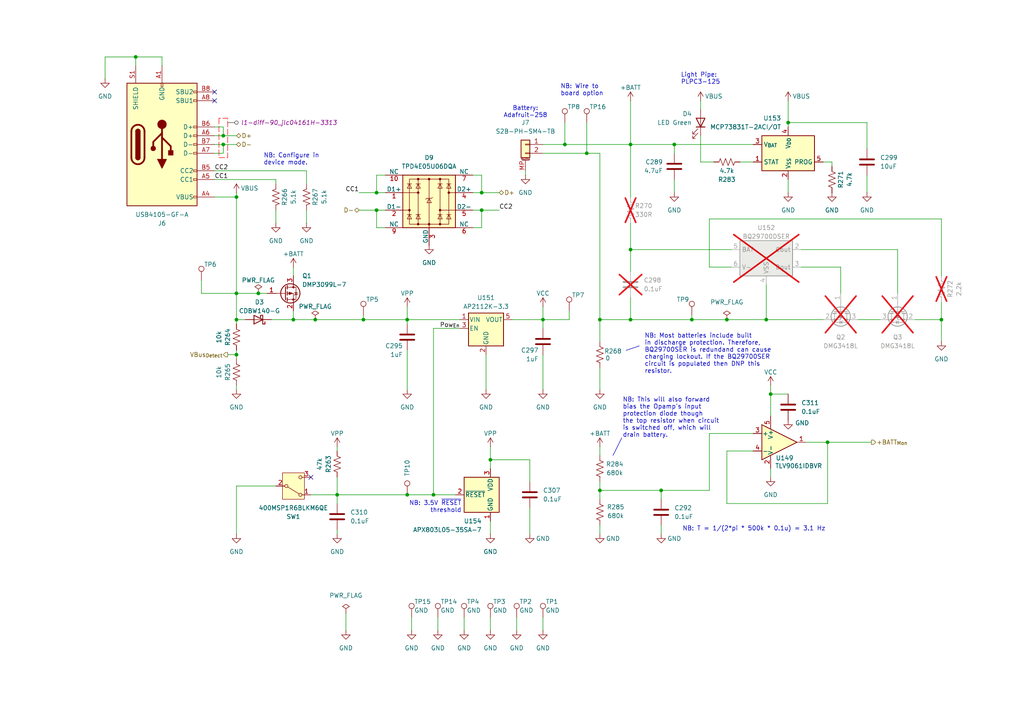
<source format=kicad_sch>
(kicad_sch (version 20250114) (generator "eeschema") (generator_version "9.0")
  (paper "A4")
  (title_block (title "Extracellular Electrophysiology Test Board") (rev "D") (company "Open Ephys, Inc") (comment 1 "Jonathan P. Newman"))
  (lib_symbols
    (symbol "Amplifier_Operational:TLV9061xDBV" (pin_names (offset 0.127))
      (property "Reference" "U" (at -1.27 6.35 0))
      (property "Value" "TLV9061xDBV" (at -1.27 3.81 0))
      (symbol "TLV9061xDBV_0_1"
        (pin power_in line (at -2.54 7.62 270) (length 3.81) (name "V+") (number "5"))
        (pin power_in line (at -2.54 -7.62 90) (length 3.81) (name "V-") (number "2"))
      )
      (symbol "TLV9061xDBV_1_1"
        (pin input line (at -7.62 2.54 0) (length 2.54) (name "+") (number "3"))
        (pin input line (at -7.62 -2.54 0) (length 2.54) (name "-") (number "4"))
        (pin output line (at 7.62 0 180) (length 2.54) (name "~") (number "1"))
      )
    )
    (symbol "Battery_Management:BQ297xy"
      (property "Reference" "U" (at -6.35 6.35 0))
      (property "Value" "BQ297xy" (at 5.08 -6.35 0))
      (symbol "BQ297xy_1_1"
        (pin input line (at -10.16 2.54 0) (length 2.54) (name "BAT") (number "5"))
        (pin input line (at -10.16 -2.54 0) (length 2.54) (name "V-") (number "6"))
        (pin power_in line (at 0 -7.62 90) (length 2.54) (name "VSS") (number "4"))
        (pin no_connect line (at 7.62 0 180) (length 2.54) (hide yes) (name "NC") (number "1"))
        (pin output line (at 10.16 2.54 180) (length 2.54) (name "Cout") (number "2"))
        (pin output line (at 10.16 -2.54 180) (length 2.54) (name "Dout") (number "3"))
      )
    )
    (symbol "Battery_Management:MCP73831-2-OT"
      (property "Reference" "U" (at -7.62 6.35 0))
      (property "Value" "MCP73831-2-OT" (at 1.27 6.35 0))
      (symbol "MCP73831-2-OT_1_1"
        (pin input line (at -10.16 -2.54 0) (length 2.54) (name "PROG") (number "5"))
        (pin power_in line (at 0 7.62 270) (length 2.54) (name "V_{DD}") (number "4"))
        (pin power_in line (at 0 -7.62 90) (length 2.54) (name "V_{SS}") (number "2"))
        (pin power_out line (at 10.16 2.54 180) (length 2.54) (name "V_{BAT}") (number "3"))
        (pin tri_state line (at 10.16 -2.54 180) (length 2.54) (name "STAT") (number "1"))
      )
    )
    (symbol "Connector:TestPoint" (pin_numbers (hide yes)) (pin_names (offset 0.762) (hide yes))
      (property "Reference" "TP" (at 0 6.858 0))
      (property "Value" "TestPoint" (at 0 5.08 0))
      (symbol "TestPoint_1_1"
        (pin passive line (at 0 0 90) (length 2.54) (name "1") (number "1"))
      )
    )
    (symbol "Connector:USB_C_Receptacle_USB2.0_16P" (pin_names (offset 1.016))
      (property "Reference" "J" (at 0 22.225 0))
      (property "Value" "USB_C_Receptacle_USB2.0_16P" (at 0 19.685 0))
      (symbol "USB_C_Receptacle_USB2.0_16P_1_1"
        (pin passive line (at -7.62 -22.86 90) (length 5.08) (name "SHIELD") (number "S1"))
        (pin passive line (at 0 -22.86 90) (length 5.08) (name "GND") (number "A1"))
        (pin passive line (at 0 -22.86 90) (length 5.08) (hide yes) (name "GND") (number "A12"))
        (pin passive line (at 0 -22.86 90) (length 5.08) (hide yes) (name "GND") (number "B1"))
        (pin passive line (at 0 -22.86 90) (length 5.08) (hide yes) (name "GND") (number "B12"))
        (pin passive line (at 15.24 15.24 180) (length 5.08) (name "VBUS") (number "A4"))
        (pin passive line (at 15.24 15.24 180) (length 5.08) (hide yes) (name "VBUS") (number "A9"))
        (pin passive line (at 15.24 15.24 180) (length 5.08) (hide yes) (name "VBUS") (number "B4"))
        (pin passive line (at 15.24 15.24 180) (length 5.08) (hide yes) (name "VBUS") (number "B9"))
        (pin bidirectional line (at 15.24 10.16 180) (length 5.08) (name "CC1") (number "A5"))
        (pin bidirectional line (at 15.24 7.62 180) (length 5.08) (name "CC2") (number "B5"))
        (pin bidirectional line (at 15.24 2.54 180) (length 5.08) (name "D-") (number "A7"))
        (pin bidirectional line (at 15.24 0 180) (length 5.08) (name "D-") (number "B7"))
        (pin bidirectional line (at 15.24 -2.54 180) (length 5.08) (name "D+") (number "A6"))
        (pin bidirectional line (at 15.24 -5.08 180) (length 5.08) (name "D+") (number "B6"))
        (pin bidirectional line (at 15.24 -12.7 180) (length 5.08) (name "SBU1") (number "A8"))
        (pin bidirectional line (at 15.24 -15.24 180) (length 5.08) (name "SBU2") (number "B8"))
      )
    )
    (symbol "Connector_Generic_MountingPin:Conn_01x02_MountingPin" (pin_names (offset 1.016) (hide yes))
      (property "Reference" "J" (at 0 2.54 0))
      (property "Value" "Conn_01x02_MountingPin" (at 1.27 -5.08 0))
      (symbol "Conn_01x02_MountingPin_1_1"
        (text "Mounting" (at 0 -4.191 0) (effects (font (size 0.381 0.381))))
        (pin passive line (at -5.08 0 0) (length 3.81) (name "Pin_1") (number "1"))
        (pin passive line (at -5.08 -2.54 0) (length 3.81) (name "Pin_2") (number "2"))
        (pin passive line (at 0 -7.62 90) (length 3.048) (name "MountPin") (number "MP"))
      )
    )
    (symbol "Device:C" (pin_numbers (hide yes)) (pin_names (offset 0.254))
      (property "Reference" "C" (at 0.635 2.54 0))
      (property "Value" "C" (at 0.635 -2.54 0))
      (symbol "C_1_1"
        (pin passive line (at 0 3.81 270) (length 2.794) (name "~") (number "1"))
        (pin passive line (at 0 -3.81 90) (length 2.794) (name "~") (number "2"))
      )
    )
    (symbol "Device:D_Schottky" (pin_numbers (hide yes)) (pin_names (offset 1.016) (hide yes))
      (property "Reference" "D" (at 0 2.54 0))
      (property "Value" "D_Schottky" (at 0 -2.54 0))
      (symbol "D_Schottky_1_1"
        (pin passive line (at -3.81 0 0) (length 2.54) (name "K") (number "1"))
        (pin passive line (at 3.81 0 180) (length 2.54) (name "A") (number "2"))
      )
    )
    (symbol "Device:LED" (pin_numbers (hide yes)) (pin_names (offset 1.016) (hide yes))
      (property "Reference" "D" (at 0 2.54 0))
      (property "Value" "LED" (at 0 -2.54 0))
      (symbol "LED_1_1"
        (pin passive line (at -3.81 0 0) (length 2.54) (name "K") (number "1"))
        (pin passive line (at 3.81 0 180) (length 2.54) (name "A") (number "2"))
      )
    )
    (symbol "Device:R_US" (pin_numbers (hide yes)) (pin_names (offset 0))
      (property "Reference" "R" (at 2.54 0 90))
      (property "Value" "R_US" (at -2.54 0 90))
      (symbol "R_US_1_1"
        (pin passive line (at 0 3.81 270) (length 1.27) (name "~") (number "1"))
        (pin passive line (at 0 -3.81 90) (length 1.27) (name "~") (number "2"))
      )
    )
    (symbol "Power_Protection:TPD4E05U06DQA" (pin_names (offset 0))
      (property "Reference" "U" (at -0.635 8.89 0))
      (property "Value" "TPD4E05U06DQA" (at 1.905 -10.16 0))
      (symbol "TPD4E05U06DQA_1_1"
        (pin free line (at -12.7 7.62 0) (length 5.08) (name "NC") (number "10"))
        (pin passive line (at -12.7 2.54 0) (length 5.08) (name "D1+") (number "1"))
        (pin passive line (at -12.7 -2.54 0) (length 5.08) (name "D1-") (number "2"))
        (pin free line (at -12.7 -7.62 0) (length 5.08) (name "NC") (number "9"))
        (pin power_in line (at 0 -12.7 90) (length 5.08) (name "GND") (number "3"))
        (pin passive line (at 0 -12.7 90) (length 5.08) (hide yes) (name "GND") (number "8"))
        (pin free line (at 12.7 7.62 180) (length 5.08) (name "NC") (number "7"))
        (pin passive line (at 12.7 2.54 180) (length 5.08) (name "D2+") (number "4"))
        (pin passive line (at 12.7 -2.54 180) (length 5.08) (name "D2-") (number "5"))
        (pin free line (at 12.7 -7.62 180) (length 5.08) (name "NC") (number "6"))
      )
    )
    (symbol "Power_Supervisor:TPS3839DBZ" (pin_names (offset 0.254))
      (property "Reference" "U" (at 2.54 8.89 0))
      (property "Value" "TPS3839DBZ" (at 2.54 6.35 0))
      (symbol "TPS3839DBZ_1_1"
        (pin power_in line (at 0 7.62 270) (length 2.54) (name "VDD") (number "3"))
        (pin power_in line (at 0 -7.62 90) (length 2.54) (name "GND") (number "1"))
        (pin output line (at 10.16 0 180) (length 2.54) (name "~{RESET}") (number "2"))
      )
    )
    (symbol "Regulator_Linear:AP2112K-3.3" (pin_names (offset 0.254))
      (property "Reference" "U" (at -5.08 5.715 0))
      (property "Value" "AP2112K-3.3" (at 0 5.715 0))
      (symbol "AP2112K-3.3_1_1"
        (pin power_in line (at -7.62 2.54 0) (length 2.54) (name "VIN") (number "1"))
        (pin input line (at -7.62 0 0) (length 2.54) (name "EN") (number "3"))
        (pin power_in line (at 0 -7.62 90) (length 2.54) (name "GND") (number "2"))
        (pin no_connect line (at 5.08 0 180) (length 2.54) (hide yes) (name "NC") (number "4"))
        (pin power_out line (at 7.62 2.54 180) (length 2.54) (name "VOUT") (number "5"))
      )
    )
    (symbol "Switch:SW_SPDT" (pin_names (offset 0) (hide yes))
      (property "Reference" "SW" (at 0 5.08 0))
      (property "Value" "SW_SPDT" (at 0 -5.08 0))
      (symbol "SW_SPDT_1_1"
        (pin passive line (at -5.08 0 0) (length 2.54) (name "B") (number "2"))
        (pin passive line (at 5.08 2.54 180) (length 2.54) (name "A") (number "1"))
        (pin passive line (at 5.08 -2.54 180) (length 2.54) (name "C") (number "3"))
      )
    )
    (symbol "Transistor_FET:DMG2301L" (pin_names (hide yes))
      (property "Reference" "Q" (at 5.08 1.905 0))
      (property "Value" "DMG2301L" (at 5.08 0 0))
      (symbol "DMG2301L_1_1"
        (pin input line (at -5.08 0 0) (length 2.54) (name "G") (number "1"))
        (pin passive line (at 2.54 5.08 270) (length 2.54) (name "D") (number "3"))
        (pin passive line (at 2.54 -5.08 90) (length 2.54) (name "S") (number "2"))
      )
    )
    (symbol "Transistor_FET:DMG3414U" (pin_names (hide yes))
      (property "Reference" "Q" (at 5.08 1.905 0))
      (property "Value" "DMG3414U" (at 5.08 0 0))
      (symbol "DMG3414U_1_1"
        (pin input line (at -5.08 0 0) (length 2.54) (name "G") (number "1"))
        (pin passive line (at 2.54 5.08 270) (length 2.54) (name "D") (number "3"))
        (pin passive line (at 2.54 -5.08 90) (length 2.54) (name "S") (number "2"))
      )
    )
    (symbol "power:+BATT" (power) (pin_numbers (hide yes)) (pin_names (offset 0) (hide yes))
      (property "Value" "+BATT" (at 0 3.556 0))
      (symbol "+BATT_1_1"
        (pin power_in line (at 0 0 90) (length 0) (name "~") (number "1"))
      )
    )
    (symbol "power:GND" (power) (pin_numbers (hide yes)) (pin_names (offset 0) (hide yes))
      (property "Value" "GND" (at 0 -3.81 0))
      (symbol "GND_1_1"
        (pin power_in line (at 0 0 270) (length 0) (name "~") (number "1"))
      )
    )
    (symbol "power:PWR_FLAG" (power) (pin_numbers (hide yes)) (pin_names (offset 0) (hide yes))
      (property "Value" "PWR_FLAG" (at 0 3.81 0))
      (symbol "PWR_FLAG_0_0"
        (pin power_out line (at 0 0 90) (length 0) (name "~") (number "1"))
      )
    )
    (symbol "power:VBUS" (power) (pin_numbers (hide yes)) (pin_names (offset 0) (hide yes))
      (property "Value" "VBUS" (at 0 3.556 0))
      (symbol "VBUS_1_1"
        (pin power_in line (at 0 0 90) (length 0) (name "~") (number "1"))
      )
    )
    (symbol "power:VCC" (power) (pin_numbers (hide yes)) (pin_names (offset 0) (hide yes))
      (property "Value" "VCC" (at 0 3.556 0))
      (symbol "VCC_1_1"
        (pin power_in line (at 0 0 90) (length 0) (name "~") (number "1"))
      )
    )
    (symbol "power:VPP" (power) (pin_numbers (hide yes)) (pin_names (offset 0) (hide yes))
      (property "Value" "VPP" (at 0 3.556 0))
      (symbol "VPP_1_1"
        (pin power_in line (at 0 0 90) (length 0) (name "~") (number "1"))
      )
    )
  )
  (text "NB: This will also forward\nbias the Opamp's input\nprotection diode though \nthe top resistor when circuit \nis switched off, which will \ndrain battery." (at 180.594 121.158 0) (effects (font (size 1.27 1.27)) (justify left)))
  (text "NB: Wire to\nboard option" (at 162.56 27.94 0) (effects (font (size 1.27 1.27)) (justify left bottom)))
  (text "NB: T = 1/(2*pi * 500k * 0.1u) = 3.1 Hz" (at 218.694 153.416 0) (effects (font (size 1.27 1.27))))
  (text "Battery:\nAdafruit-258\n" (at 152.4 34.29 0) (effects (font (size 1.27 1.27)) (justify bottom)))
  (text "NB: Configure in\ndevice mode." (at 76.454 48.006 0) (effects (font (size 1.27 1.27)) (justify left bottom)))
  (text "NB: 3.5V ~{RESET}\nthreshold" (at 133.858 147.066 0) (effects (font (size 1.27 1.27)) (justify right)))
  (text "NB: Most batteries include built \nin discharge protection. Therefore,\nBQ29700SER is redundand can cause \ncharging lockout. If the BQ29700SER \ncircuit is populated then DNP this \nresistor. " (at 186.944 102.616 0) (effects (font (size 1.27 1.27)) (justify left)))
  (text "Light Pipe: \nPLPC3-125" (at 203.2 22.86 0) (effects (font (size 1.27 1.27))))
  (junction (at 139.7 60.96))
  (junction (at 118.11 92.71))
  (junction (at 91.44 92.71))
  (junction (at 200.66 92.71))
  (junction (at 195.58 41.91))
  (junction (at 97.79 143.51))
  (junction (at 173.99 92.71))
  (junction (at 105.41 92.71))
  (junction (at 85.09 92.71))
  (junction (at 139.7 55.88))
  (junction (at 163.83 41.91))
  (junction (at 125.73 143.51))
  (junction (at 182.88 72.39))
  (junction (at 109.22 60.96))
  (junction (at 68.58 102.87))
  (junction (at 210.82 92.71))
  (junction (at 157.48 92.71))
  (junction (at 109.22 55.88))
  (junction (at 118.11 143.51))
  (junction (at 39.37 16.51))
  (junction (at 222.25 92.71))
  (junction (at 64.77 39.37))
  (junction (at 240.03 128.27))
  (junction (at 170.18 44.45))
  (junction (at 64.77 41.91))
  (junction (at 142.24 133.35))
  (junction (at 191.77 142.24))
  (junction (at 173.99 142.24))
  (junction (at 68.58 92.71))
  (junction (at 182.88 41.91))
  (junction (at 273.05 92.71))
  (junction (at 223.52 114.3))
  (junction (at 68.58 57.15))
  (junction (at 182.88 92.71))
  (junction (at 228.6 35.56))
  (junction (at 68.58 85.09))
  (junction (at 74.93 85.09))
  (no_connect (at 62.23 29.21))
  (no_connect (at 90.17 138.43))
  (no_connect (at 62.23 26.67))
  (wire (pts (xy 137.16 50.8) (xy 139.7 50.8)))
  (wire (pts (xy 163.83 41.91) (xy 182.88 41.91)))
  (wire (pts (xy 134.62 179.07) (xy 134.62 182.88)))
  (wire (pts (xy 173.99 106.68) (xy 173.99 113.03)))
  (wire (pts (xy 173.99 142.24) (xy 191.77 142.24)))
  (wire (pts (xy 210.82 130.81) (xy 210.82 146.05)))
  (wire (pts (xy 64.77 39.37) (xy 68.58 39.37)))
  (wire (pts (xy 191.77 152.4) (xy 191.77 154.94)))
  (wire (pts (xy 241.3 46.99) (xy 241.3 48.26)))
  (wire (pts (xy 210.82 146.05) (xy 240.03 146.05)))
  (wire (pts (xy 200.66 91.44) (xy 200.66 92.71)))
  (wire (pts (xy 223.52 111.76) (xy 223.52 114.3)))
  (wire (pts (xy 39.37 16.51) (xy 39.37 19.05)))
  (wire (pts (xy 251.46 35.56) (xy 251.46 43.18)))
  (wire (pts (xy 203.2 29.21) (xy 203.2 31.75)))
  (wire (pts (xy 139.7 50.8) (xy 139.7 55.88)))
  (wire (pts (xy 207.01 46.99) (xy 203.2 46.99)))
  (wire (pts (xy 119.38 179.07) (xy 119.38 182.88)))
  (wire (pts (xy 109.22 66.04) (xy 109.22 60.96)))
  (wire (pts (xy 238.76 46.99) (xy 241.3 46.99)))
  (wire (pts (xy 85.09 77.47) (xy 85.09 80.01)))
  (wire (pts (xy 173.99 92.71) (xy 182.88 92.71)))
  (wire (pts (xy 97.79 153.67) (xy 97.79 154.94)))
  (wire (pts (xy 62.23 44.45) (xy 64.77 44.45)))
  (wire (pts (xy 80.01 52.07) (xy 80.01 53.34)))
  (wire (pts (xy 157.48 44.45) (xy 170.18 44.45)))
  (wire (pts (xy 165.1 90.17) (xy 165.1 92.71)))
  (wire (pts (xy 111.76 50.8) (xy 109.22 50.8)))
  (wire (pts (xy 68.58 85.09) (xy 68.58 92.71)))
  (wire (pts (xy 203.2 46.99) (xy 203.2 39.37)))
  (wire (pts (xy 125.73 95.25) (xy 125.73 143.51)))
  (wire (pts (xy 205.74 63.5) (xy 273.05 63.5)))
  (wire (pts (xy 137.16 66.04) (xy 139.7 66.04)))
  (wire (pts (xy 273.05 87.63) (xy 273.05 92.71)))
  (wire (pts (xy 127 179.07) (xy 127 182.88)))
  (wire (pts (xy 218.44 130.81) (xy 210.82 130.81)))
  (wire (pts (xy 142.24 151.13) (xy 142.24 154.94)))
  (wire (pts (xy 30.48 16.51) (xy 30.48 22.86)))
  (wire (pts (xy 118.11 143.51) (xy 97.79 143.51)))
  (wire (pts (xy 212.09 77.47) (xy 205.74 77.47)))
  (wire (pts (xy 243.84 77.47) (xy 232.41 77.47)))
  (wire (pts (xy 118.11 88.9) (xy 118.11 92.71)))
  (wire (pts (xy 182.88 72.39) (xy 212.09 72.39)))
  (wire (pts (xy 173.99 152.4) (xy 173.99 154.94)))
  (wire (pts (xy 68.58 93.98) (xy 68.58 92.71)))
  (wire (pts (xy 222.25 92.71) (xy 210.82 92.71)))
  (wire (pts (xy 118.11 101.6) (xy 118.11 113.03)))
  (wire (pts (xy 68.58 102.87) (xy 68.58 104.14)))
  (wire (pts (xy 118.11 92.71) (xy 133.35 92.71)))
  (wire (pts (xy 133.35 95.25) (xy 125.73 95.25)))
  (wire (pts (xy 64.77 41.91) (xy 68.58 41.91)))
  (wire (pts (xy 118.11 92.71) (xy 118.11 93.98)))
  (wire (pts (xy 170.18 44.45) (xy 173.99 44.45)))
  (wire (pts (xy 97.79 143.51) (xy 97.79 146.05)))
  (wire (pts (xy 153.67 147.32) (xy 153.67 154.94)))
  (wire (pts (xy 165.1 92.71) (xy 157.48 92.71)))
  (wire (pts (xy 68.58 85.09) (xy 74.93 85.09)))
  (wire (pts (xy 62.23 41.91) (xy 64.77 41.91)))
  (wire (pts (xy 173.99 142.24) (xy 173.99 144.78)))
  (wire (pts (xy 170.18 35.56) (xy 170.18 44.45)))
  (wire (pts (xy 137.16 60.96) (xy 139.7 60.96)))
  (wire (pts (xy 80.01 140.97) (xy 68.58 140.97)))
  (wire (pts (xy 88.9 60.96) (xy 88.9 64.77)))
  (wire (pts (xy 228.6 35.56) (xy 228.6 36.83)))
  (wire (pts (xy 173.99 139.7) (xy 173.99 142.24)))
  (wire (pts (xy 64.77 41.91) (xy 64.77 44.45)))
  (wire (pts (xy 132.08 143.51) (xy 125.73 143.51)))
  (wire (pts (xy 139.7 55.88) (xy 137.16 55.88)))
  (polyline (pts (xy 181.61 101.6) (xy 185.42 100.33)))
  (wire (pts (xy 62.23 36.83) (xy 64.77 36.83)))
  (wire (pts (xy 205.74 125.73) (xy 205.74 142.24)))
  (wire (pts (xy 46.99 16.51) (xy 39.37 16.51)))
  (wire (pts (xy 109.22 60.96) (xy 111.76 60.96)))
  (wire (pts (xy 173.99 129.54) (xy 173.99 132.08)))
  (wire (pts (xy 273.05 92.71) (xy 265.43 92.71)))
  (wire (pts (xy 200.66 92.71) (xy 210.82 92.71)))
  (wire (pts (xy 157.48 41.91) (xy 163.83 41.91)))
  (wire (pts (xy 163.83 35.56) (xy 163.83 41.91)))
  (wire (pts (xy 195.58 52.07) (xy 195.58 55.88)))
  (wire (pts (xy 100.33 177.8) (xy 100.33 182.88)))
  (wire (pts (xy 111.76 66.04) (xy 109.22 66.04)))
  (wire (pts (xy 182.88 72.39) (xy 182.88 78.74)))
  (wire (pts (xy 125.73 143.51) (xy 118.11 143.51)))
  (wire (pts (xy 91.44 92.71) (xy 85.09 92.71)))
  (wire (pts (xy 195.58 41.91) (xy 218.44 41.91)))
  (wire (pts (xy 68.58 55.88) (xy 68.58 57.15)))
  (wire (pts (xy 148.59 92.71) (xy 157.48 92.71)))
  (wire (pts (xy 157.48 179.07) (xy 157.48 182.88)))
  (wire (pts (xy 205.74 77.47) (xy 205.74 63.5)))
  (wire (pts (xy 109.22 55.88) (xy 111.76 55.88)))
  (wire (pts (xy 273.05 92.71) (xy 273.05 99.06)))
  (wire (pts (xy 68.58 102.87) (xy 66.04 102.87)))
  (wire (pts (xy 109.22 50.8) (xy 109.22 55.88)))
  (wire (pts (xy 273.05 63.5) (xy 273.05 80.01)))
  (wire (pts (xy 223.52 138.43) (xy 223.52 135.89)))
  (wire (pts (xy 153.67 133.35) (xy 153.67 139.7)))
  (wire (pts (xy 68.58 101.6) (xy 68.58 102.87)))
  (wire (pts (xy 243.84 85.09) (xy 243.84 77.47)))
  (wire (pts (xy 182.88 41.91) (xy 182.88 57.15)))
  (wire (pts (xy 142.24 179.07) (xy 142.24 182.88)))
  (wire (pts (xy 233.68 128.27) (xy 240.03 128.27)))
  (wire (pts (xy 182.88 86.36) (xy 182.88 92.71)))
  (wire (pts (xy 74.93 85.09) (xy 77.47 85.09)))
  (wire (pts (xy 223.52 114.3) (xy 228.6 114.3)))
  (wire (pts (xy 62.23 39.37) (xy 64.77 39.37)))
  (wire (pts (xy 142.24 129.54) (xy 142.24 133.35)))
  (wire (pts (xy 140.97 102.87) (xy 140.97 113.03)))
  (wire (pts (xy 105.41 92.71) (xy 118.11 92.71)))
  (wire (pts (xy 232.41 72.39) (xy 260.35 72.39)))
  (wire (pts (xy 191.77 144.78) (xy 191.77 142.24)))
  (wire (pts (xy 173.99 92.71) (xy 173.99 99.06)))
  (wire (pts (xy 240.03 146.05) (xy 240.03 128.27)))
  (wire (pts (xy 105.41 91.44) (xy 105.41 92.71)))
  (wire (pts (xy 152.4 49.53) (xy 152.4 50.8)))
  (wire (pts (xy 58.42 81.28) (xy 58.42 85.09)))
  (wire (pts (xy 88.9 49.53) (xy 88.9 53.34)))
  (wire (pts (xy 240.03 128.27) (xy 252.73 128.27)))
  (wire (pts (xy 97.79 138.43) (xy 97.79 143.51)))
  (wire (pts (xy 104.14 60.96) (xy 109.22 60.96)))
  (wire (pts (xy 157.48 102.87) (xy 157.48 113.03)))
  (wire (pts (xy 68.58 92.71) (xy 71.12 92.71)))
  (wire (pts (xy 205.74 125.73) (xy 218.44 125.73)))
  (wire (pts (xy 142.24 133.35) (xy 153.67 133.35)))
  (wire (pts (xy 228.6 29.21) (xy 228.6 35.56)))
  (wire (pts (xy 139.7 66.04) (xy 139.7 60.96)))
  (wire (pts (xy 182.88 29.21) (xy 182.88 41.91)))
  (wire (pts (xy 78.74 92.71) (xy 85.09 92.71)))
  (wire (pts (xy 91.44 92.71) (xy 105.41 92.71)))
  (wire (pts (xy 214.63 46.99) (xy 218.44 46.99)))
  (wire (pts (xy 157.48 92.71) (xy 157.48 95.25)))
  (wire (pts (xy 173.99 44.45) (xy 173.99 92.71)))
  (wire (pts (xy 223.52 114.3) (xy 223.52 120.65)))
  (wire (pts (xy 97.79 129.54) (xy 97.79 130.81)))
  (polyline (pts (xy 177.8 132.08) (xy 180.34 127)))
  (wire (pts (xy 68.58 57.15) (xy 68.58 85.09)))
  (wire (pts (xy 195.58 41.91) (xy 195.58 44.45)))
  (wire (pts (xy 238.76 92.71) (xy 222.25 92.71)))
  (wire (pts (xy 85.09 90.17) (xy 85.09 92.71)))
  (wire (pts (xy 80.01 60.96) (xy 80.01 64.77)))
  (wire (pts (xy 62.23 52.07) (xy 80.01 52.07)))
  (wire (pts (xy 248.92 92.71) (xy 255.27 92.71)))
  (wire (pts (xy 182.88 64.77) (xy 182.88 72.39)))
  (wire (pts (xy 62.23 49.53) (xy 88.9 49.53)))
  (wire (pts (xy 58.42 85.09) (xy 68.58 85.09)))
  (wire (pts (xy 251.46 50.8) (xy 251.46 55.88)))
  (wire (pts (xy 260.35 72.39) (xy 260.35 85.09)))
  (wire (pts (xy 149.86 179.07) (xy 149.86 182.88)))
  (wire (pts (xy 68.58 111.76) (xy 68.58 113.03)))
  (wire (pts (xy 90.17 143.51) (xy 97.79 143.51)))
  (wire (pts (xy 157.48 88.9) (xy 157.48 92.71)))
  (wire (pts (xy 39.37 16.51) (xy 30.48 16.51)))
  (wire (pts (xy 228.6 52.07) (xy 228.6 55.88)))
  (wire (pts (xy 182.88 41.91) (xy 195.58 41.91)))
  (wire (pts (xy 62.23 57.15) (xy 68.58 57.15)))
  (wire (pts (xy 139.7 60.96) (xy 144.78 60.96)))
  (wire (pts (xy 68.58 140.97) (xy 68.58 154.94)))
  (wire (pts (xy 104.14 55.88) (xy 109.22 55.88)))
  (wire (pts (xy 46.99 19.05) (xy 46.99 16.51)))
  (wire (pts (xy 144.78 55.88) (xy 139.7 55.88)))
  (wire (pts (xy 191.77 142.24) (xy 205.74 142.24)))
  (wire (pts (xy 228.6 35.56) (xy 251.46 35.56)))
  (wire (pts (xy 142.24 133.35) (xy 142.24 135.89)))
  (wire (pts (xy 222.25 92.71) (xy 222.25 82.55)))
  (wire (pts (xy 182.88 92.71) (xy 200.66 92.71)))
  (wire (pts (xy 64.77 36.83) (xy 64.77 39.37)))
  (label "Pow_{En}" (at 133.35 95.25 180))
  (label "CC1" (at 62.23 52.07 0))
  (label "CC2" (at 62.23 49.53 0))
  (label "CC1" (at 104.14 55.88 180))
  (label "CC2" (at 144.78 60.96 0))
  (hierarchical_label "VBus_{Detect}" (shape output) (at 66.04 102.87 180))
  (hierarchical_label "D-" (shape bidirectional) (at 68.58 41.91 0))
  (hierarchical_label "D-" (shape bidirectional) (at 104.14 60.96 180))
  (hierarchical_label "D+" (shape bidirectional) (at 144.78 55.88 0))
  (hierarchical_label "D+" (shape bidirectional) (at 68.58 39.37 0))
  (hierarchical_label "+BATT_{Mon}" (shape output) (at 252.73 128.27 0))
  (rule_area (polyline (pts (xy 63.5 34.29) (xy 63.5 45.72) (xy 66.04 45.72) (xy 66.04 34.29)) (stroke (width 0) (type dash))))
  (netclass_flag "" (length 2.54) (shape round) (at 66.04 35.56 270) (property "Netclass" "l1-diff-90_jlc04161H-3313" (at 69.85 35.56 0) (effects (font (italic yes)) (justify left))))
  (symbol (lib_id "power:GND") (at 118.11 113.03 0) (mirror y) (unit 1)
    (property "Reference" "#PWR0748" (effects (hide yes)))
    (property "Value" "GND" (at 118.11 118.11 0))
    (property "Description" "Power symbol creates a global label with name \"GND\" , ground" (effects (hide yes)))
  )
  (symbol (lib_id "power:GND") (at 119.38 182.88 0) (mirror y) (unit 1)
    (property "Reference" "#PWR0782" (effects (hide yes)))
    (property "Value" "GND" (at 119.38 187.96 0))
    (property "Description" "Power symbol creates a global label with name \"GND\" , ground" (effects (hide yes)))
  )
  (symbol (lib_id "power:GND") (at 142.24 154.94 0) (unit 1)
    (property "Reference" "#PWR0764" (effects (hide yes)))
    (property "Value" "GND" (at 142.24 160.02 0))
    (property "Description" "Power symbol creates a global label with name \"GND\" , ground" (effects (hide yes)))
  )
  (symbol (lib_id "Device:R_US") (at 68.58 97.79 0) (unit 1)
    (property "Reference" "R264" (at 66.04 97.79 90))
    (property "Value" "10k" (at 63.5 97.79 90))
    (property "Footprint" "Resistor_SMD:R_0402_1005Metric" (effects (hide yes)))
    (property "Description" "Resistor, US symbol" (effects (hide yes)))
    (property "MPN" "CRCW040210K0FKED" (effects (hide yes)))
    (property "OEPSPN" "OEPS020030" (effects (hide yes)))
  )
  (symbol (lib_id "Power_Supervisor:TPS3839DBZ") (at 142.24 143.51 0) (mirror y) (unit 1)
    (property "Reference" "U154" (at 139.7 151.13 0) (effects (justify left)))
    (property "Value" "APX803L05-35SA-7" (at 139.7 153.67 0) (effects (justify left)))
    (property "Footprint" "Package_TO_SOT_SMD:SOT-23" (effects (hide yes)))
    (property "Datasheet" "https://www.diodes.com/assets/Datasheets/APX803L.pdf" (effects (hide yes)))
    (property "Description" "MICRO POWER VOLTAGE DETECTOR, SOT-23" (effects (hide yes)))
    (property "MPN" "APX803L05-35SA-7" (effects (hide yes)))
    (property "OEPSPN" "OEPS080168" (effects (hide yes)))
  )
  (symbol (lib_id "Connector:TestPoint") (at 165.1 90.17 0) (unit 1) (in_bom no)
    (property "Reference" "TP7" (at 165.862 85.598 0) (effects (justify left)))
    (property "Value" "VCC" (effects (hide yes)))
    (property "Footprint" "TestPoint:TestPoint_Pad_D2.0mm" (effects (hide yes)))
    (property "Description" "test point" (effects (hide yes)))
  )
  (symbol (lib_id "Connector:TestPoint") (at 118.11 143.51 0) (unit 1) (in_bom no)
    (property "Reference" "TP10" (at 118.11 138.176 90) (effects (justify left)))
    (property "Value" "GND" (effects (hide yes)))
    (property "Footprint" "TestPoint:TestPoint_Pad_D2.0mm" (effects (hide yes)))
    (property "Description" "test point" (effects (hide yes)))
  )
  (symbol (lib_id "Device:C") (at 153.67 143.51 0) (mirror y) (unit 1)
    (property "Reference" "C307" (at 157.48 142.24 0) (effects (justify right)))
    (property "Value" "0.1uF" (at 157.48 144.78 0) (effects (justify right)))
    (property "Footprint" "Capacitor_SMD:C_0402_1005Metric" (effects (hide yes)))
    (property "Description" "Unpolarized capacitor" (effects (hide yes)))
    (property "TempCo" "X7R" (effects (hide yes)))
    (property "MPN" "C1005X7R1E104K050BB" (effects (hide yes)))
    (property "OEPSPN" "OEPS010050" (effects (hide yes)))
  )
  (symbol (lib_id "power:GND") (at 127 182.88 0) (mirror y) (unit 1)
    (property "Reference" "#PWR0781" (effects (hide yes)))
    (property "Value" "GND" (at 127 187.96 0))
    (property "Description" "Power symbol creates a global label with name \"GND\" , ground" (effects (hide yes)))
  )
  (symbol (lib_id "Device:R_US") (at 68.58 107.95 0) (unit 1)
    (property "Reference" "R265" (at 66.04 107.95 90))
    (property "Value" "10k" (at 63.5 107.95 90))
    (property "Footprint" "Resistor_SMD:R_0402_1005Metric" (effects (hide yes)))
    (property "Description" "Resistor, US symbol" (effects (hide yes)))
    (property "MPN" "CRCW040210K0FKED" (effects (hide yes)))
    (property "OEPSPN" "OEPS020030" (effects (hide yes)))
  )
  (symbol (lib_id "Device:LED") (at 203.2 35.56 270) (mirror x) (unit 1)
    (property "Reference" "D4" (at 200.66 33.02 90) (effects (justify right)))
    (property "Value" "LED Green" (at 200.66 35.56 90) (effects (justify right)))
    (property "Footprint" "LED_SMD:LED_0603_1608Metric" (effects (hide yes)))
    (property "Description" "Light emitting diode" (effects (hide yes)))
    (property "Sim.Pins" "1=K 2=A" (effects (hide yes)))
    (property "MPN" "150060GS75000" (effects (hide yes)))
    (property "OEPSPN" "OEPS030033" (effects (hide yes)))
  )
  (symbol (lib_id "power:GND") (at 195.58 55.88 0) (mirror y) (unit 1)
    (property "Reference" "#PWR0723" (effects (hide yes)))
    (property "Value" "GND" (at 195.58 60.96 0))
    (property "Description" "Power symbol creates a global label with name \"GND\" , ground" (effects (hide yes)))
  )
  (symbol (lib_id "Device:C") (at 195.58 48.26 0) (mirror y) (unit 1)
    (property "Reference" "C289" (at 192.278 46.99 0) (effects (justify left)))
    (property "Value" "4.7uF" (at 192.278 49.53 0) (effects (justify left)))
    (property "Footprint" "Capacitor_SMD:C_1206_3216Metric" (effects (hide yes)))
    (property "Description" "Unpolarized capacitor" (effects (hide yes)))
    (property "TempCo" "X7R" (effects (hide yes)))
    (property "Voltage" "16V" (effects (hide yes)))
    (property "MPN" "CL31B475KOHNNNE" (effects (hide yes)))
    (property "OEPSPN" "OEPS010081" (effects (hide yes)))
  )
  (symbol (lib_id "Device:R_US") (at 173.99 148.59 0) (unit 1)
    (property "Reference" "R285" (at 178.562 147.066 0))
    (property "Value" "680k" (at 178.562 149.606 0))
    (property "Footprint" "Resistor_SMD:R_0402_1005Metric" (effects (hide yes)))
    (property "Description" "Resistor, US symbol" (effects (hide yes)))
    (property "MPN" "RC0402FR-13680KL" (effects (hide yes)))
    (property "OEPSPN" "OEPS020176" (effects (hide yes)))
  )
  (symbol (lib_id "Device:C") (at 191.77 148.59 0) (mirror y) (unit 1)
    (property "Reference" "C292" (at 195.58 147.32 0) (effects (justify right)))
    (property "Value" "0.1uF" (at 195.58 149.86 0) (effects (justify right)))
    (property "Footprint" "Capacitor_SMD:C_0402_1005Metric" (effects (hide yes)))
    (property "Description" "Unpolarized capacitor" (effects (hide yes)))
    (property "TempCo" "X7R" (effects (hide yes)))
    (property "MPN" "C1005X7R1E104K050BB" (effects (hide yes)))
    (property "OEPSPN" "OEPS010050" (effects (hide yes)))
  )
  (symbol (lib_id "Device:C") (at 157.48 99.06 0) (unit 1)
    (property "Reference" "C297" (at 156.21 101.6 0) (effects (justify right)))
    (property "Value" "1uF" (at 156.21 104.14 0) (effects (justify right)))
    (property "Footprint" "Capacitor_SMD:C_0603_1608Metric" (effects (hide yes)))
    (property "Description" "Unpolarized capacitor" (effects (hide yes)))
    (property "TempCo" "X5R" (effects (hide yes)))
    (property "Voltage" "16V" (effects (hide yes)))
    (property "MPN" "CL10A105KA8NNNC" (effects (hide yes)))
    (property "OEPSPN" "OEPS010022" (effects (hide yes)))
  )
  (symbol (lib_id "power:GND") (at 30.48 22.86 0) (mirror y) (unit 1)
    (property "Reference" "#PWR0732" (effects (hide yes)))
    (property "Value" "GND" (at 30.48 27.94 0))
    (property "Description" "Power symbol creates a global label with name \"GND\" , ground" (effects (hide yes)))
  )
  (symbol (lib_id "Connector:TestPoint") (at 58.42 81.28 0) (unit 1) (in_bom no)
    (property "Reference" "TP6" (at 59.182 76.708 0) (effects (justify left)))
    (property "Value" "GND" (effects (hide yes)))
    (property "Footprint" "TestPoint:TestPoint_Pad_D2.0mm" (effects (hide yes)))
    (property "Description" "test point" (effects (hide yes)))
  )
  (symbol (lib_id "power:GND") (at 142.24 182.88 0) (mirror y) (unit 1)
    (property "Reference" "#PWR0779" (effects (hide yes)))
    (property "Value" "GND" (at 142.24 187.96 0))
    (property "Description" "Power symbol creates a global label with name \"GND\" , ground" (effects (hide yes)))
  )
  (symbol (lib_id "power:GND") (at 173.99 154.94 0) (unit 1)
    (property "Reference" "#PWR0797" (effects (hide yes)))
    (property "Value" "GND" (at 177.8 156.21 0))
    (property "Description" "Power symbol creates a global label with name \"GND\" , ground" (effects (hide yes)))
  )
  (symbol (lib_id "power:VCC") (at 157.48 88.9 0) (mirror y) (unit 1)
    (property "Reference" "#PWR0751" (effects (hide yes)))
    (property "Value" "VCC" (at 157.48 85.09 0))
    (property "Description" "Power symbol creates a global label with name \"VCC\"" (effects (hide yes)))
  )
  (symbol (lib_id "power:GND") (at 134.62 182.88 0) (mirror y) (unit 1)
    (property "Reference" "#PWR0780" (effects (hide yes)))
    (property "Value" "GND" (at 134.62 187.96 0))
    (property "Description" "Power symbol creates a global label with name \"GND\" , ground" (effects (hide yes)))
  )
  (symbol (lib_id "Transistor_FET:DMG3414U") (at 260.35 90.17 90) (mirror x) (unit 1) (dnp yes)
    (property "Reference" "Q3" (at 260.35 97.79 90))
    (property "Value" "DMG3418L" (at 260.35 100.33 90))
    (property "Footprint" "Package_TO_SOT_SMD:SOT-23" (effects (hide yes)))
    (property "Datasheet" "http://www.diodes.com/assets/Datasheets/ds31739.pdf" (effects (hide yes)))
    (property "Description" "4.2A Id, 20V Vds, N-Channel MOSFET, SOT-23" (effects (hide yes)))
    (property "MPN" "DMG3418L-7" (effects (hide yes)))
    (property "OEPSPN" "OEPS060019" (effects (hide yes)))
  )
  (symbol (lib_id "power:+BATT") (at 173.99 129.54 0) (unit 1)
    (property "Reference" "#PWR0796" (effects (hide yes)))
    (property "Value" "+BATT" (at 173.99 125.73 0))
    (property "Description" "Power symbol creates a global label with name \"+BATT\"" (effects (hide yes)))
  )
  (symbol (lib_id "Connector:USB_C_Receptacle_USB2.0_16P") (at 46.99 41.91 0) (mirror x) (unit 1)
    (property "Reference" "J6" (at 46.99 64.77 0))
    (property "Value" "USB4105-GF-A" (at 46.99 62.23 0))
    (property "Footprint" "Connector_USB:USB_C_Receptacle_GCT_USB4105-xx-A_16P_TopMnt_Horizontal" (effects (hide yes)))
    (property "Datasheet" "https://www.usb.org/sites/default/files/documents/usb_type-c.zip" (effects (hide yes)))
    (property "Description" "USB 2.0-only 16P Type-C Receptacle connector" (effects (hide yes)))
    (property "MPN" "USB4105-GF-A" (effects (hide yes)))
    (property "OEPSPN" "OEPS070105" (effects (hide yes)))
  )
  (symbol (lib_id "Device:R_US") (at 173.99 135.89 0) (unit 1)
    (property "Reference" "R284" (at 178.308 134.62 0))
    (property "Value" "680k" (at 178.308 137.16 0))
    (property "Footprint" "Resistor_SMD:R_0402_1005Metric" (effects (hide yes)))
    (property "Description" "Resistor, US symbol" (effects (hide yes)))
    (property "MPN" "RC0402FR-13680KL" (effects (hide yes)))
    (property "OEPSPN" "OEPS020176" (effects (hide yes)))
  )
  (symbol (lib_id "power:VPP") (at 142.24 129.54 0) (unit 1)
    (property "Reference" "#PWR0733" (effects (hide yes)))
    (property "Value" "VPP" (at 142.24 125.73 0))
    (property "Description" "Power symbol creates a global label with name \"VPP\"" (effects (hide yes)))
  )
  (symbol (lib_id "Device:D_Schottky") (at 74.93 92.71 180) (unit 1)
    (property "Reference" "D3" (at 75.2475 87.63 0))
    (property "Value" "CDBW140-G" (at 75.2475 90.17 0))
    (property "Footprint" "Diode_SMD:D_SOD-123" (effects (hide yes)))
    (property "Description" "Schottky diode" (effects (hide yes)))
    (property "MPN" "CDBW140-G" (effects (hide yes)))
    (property "OEPSPN" "OEPS030034" (effects (hide yes)))
  )
  (symbol (lib_id "power:VBUS") (at 228.6 29.21 0) (unit 1)
    (property "Reference" "#PWR0754" (effects (hide yes)))
    (property "Value" "VBUS" (at 232.41 27.94 0))
    (property "Description" "Power symbol creates a global label with name \"VBUS\"" (effects (hide yes)))
  )
  (symbol (lib_id "Device:R_US") (at 273.05 83.82 180) (unit 1) (dnp yes)
    (property "Reference" "R272" (at 275.59 83.82 90))
    (property "Value" "2.2k" (at 278.13 83.82 90))
    (property "Footprint" "Resistor_SMD:R_0402_1005Metric" (effects (hide yes)))
    (property "Description" "Resistor, US symbol" (effects (hide yes)))
    (property "MPN" "ERJ-2RKF2201X" (effects (hide yes)))
    (property "OEPSPN" "OEPS020174" (effects (hide yes)))
  )
  (symbol (lib_id "power:GND") (at 223.52 138.43 0) (mirror y) (unit 1)
    (property "Reference" "#PWR0798" (effects (hide yes)))
    (property "Value" "GND" (at 223.52 143.51 0))
    (property "Description" "Power symbol creates a global label with name \"GND\" , ground" (effects (hide yes)))
  )
  (symbol (lib_id "Connector:TestPoint") (at 157.48 179.07 0) (unit 1) (in_bom no)
    (property "Reference" "TP1" (at 158.242 174.498 0) (effects (justify left)))
    (property "Value" "GND" (at 158.242 177.038 0) (effects (justify left)))
    (property "Footprint" "TestPoint:TestPoint_Pad_D2.0mm" (effects (hide yes)))
    (property "Description" "test point" (effects (hide yes)))
  )
  (symbol (lib_id "Device:C") (at 182.88 82.55 0) (mirror y) (unit 1) (dnp yes)
    (property "Reference" "C298" (at 186.69 81.28 0) (effects (justify right)))
    (property "Value" "0.1uF" (at 186.69 83.82 0) (effects (justify right)))
    (property "Footprint" "Capacitor_SMD:C_0402_1005Metric" (effects (hide yes)))
    (property "Description" "Unpolarized capacitor" (effects (hide yes)))
    (property "TempCo" "X7R" (effects (hide yes)))
    (property "MPN" "C1005X7R1E104K050BB" (effects (hide yes)))
    (property "OEPSPN" "OEPS010050" (effects (hide yes)))
  )
  (symbol (lib_id "power:GND") (at 241.3 55.88 0) (mirror y) (unit 1)
    (property "Reference" "#PWR0756" (effects (hide yes)))
    (property "Value" "GND" (at 241.3 60.96 0))
    (property "Description" "Power symbol creates a global label with name \"GND\" , ground" (effects (hide yes)))
  )
  (symbol (lib_id "Transistor_FET:DMG2301L") (at 82.55 85.09 0) (unit 1)
    (property "Reference" "Q1" (at 87.63 80.01 0) (effects (justify left)))
    (property "Value" "DMP3099L-7" (at 87.63 82.55 0) (effects (justify left)))
    (property "Footprint" "Package_TO_SOT_SMD:SOT-23" (effects (hide yes)))
    (property "Datasheet" "https://www.diodes.com/assets/Datasheets/DMG2301L.pdf" (effects (hide yes)))
    (property "Description" "-3A Id, -20V Vds, P-Channel MOSFET, SOT-23" (effects (hide yes)))
    (property "MPN" "DMP3099L-7" (effects (hide yes)))
    (property "OEPSPN" "OEPS060020" (effects (hide yes)))
  )
  (symbol (lib_id "power:GND") (at 140.97 113.03 0) (mirror y) (unit 1)
    (property "Reference" "#PWR0749" (effects (hide yes)))
    (property "Value" "GND" (at 140.97 118.11 0))
    (property "Description" "Power symbol creates a global label with name \"GND\" , ground" (effects (hide yes)))
  )
  (symbol (lib_id "power:GND") (at 153.67 154.94 0) (unit 1)
    (property "Reference" "#PWR0775" (effects (hide yes)))
    (property "Value" "GND" (at 157.48 156.21 0))
    (property "Description" "Power symbol creates a global label with name \"GND\" , ground" (effects (hide yes)))
  )
  (symbol (lib_id "power:PWR_FLAG") (at 100.33 177.8 0) (unit 1)
    (property "Reference" "#FLG03" (effects (hide yes)))
    (property "Value" "PWR_FLAG" (at 100.33 172.72 0))
    (property "Description" "Special symbol for telling ERC where power comes from" (effects (hide yes)))
  )
  (symbol (lib_id "power:PWR_FLAG") (at 210.82 92.71 0) (unit 1)
    (property "Reference" "#FLG04" (effects (hide yes)))
    (property "Value" "PWR_FLAG" (at 210.82 87.63 0))
    (property "Description" "Special symbol for telling ERC where power comes from" (effects (hide yes)))
  )
  (symbol (lib_id "Device:R_US") (at 173.99 102.87 180) (unit 1)
    (property "Reference" "R268" (at 177.8 101.854 0))
    (property "Value" "0" (at 176.276 103.886 0))
    (property "Footprint" "Resistor_SMD:R_0402_1005Metric" (effects (hide yes)))
    (property "Description" "Resistor, US symbol" (effects (hide yes)))
    (property "MPN" "RC0402JR-070RL" (effects (hide yes)))
    (property "OEPSPN" "OEPS020001" (effects (hide yes)))
  )
  (symbol (lib_id "power:GND") (at 124.46 71.12 0) (unit 1)
    (property "Reference" "#PWR0738" (effects (hide yes)))
    (property "Value" "GND" (at 124.46 76.2 0))
    (property "Description" "Power symbol creates a global label with name \"GND\" , ground" (effects (hide yes)))
  )
  (symbol (lib_id "power:GND") (at 273.05 99.06 0) (mirror y) (unit 1)
    (property "Reference" "#PWR0758" (effects (hide yes)))
    (property "Value" "GND" (at 273.05 104.14 0))
    (property "Description" "Power symbol creates a global label with name \"GND\" , ground" (effects (hide yes)))
  )
  (symbol (lib_id "power:+BATT") (at 85.09 77.47 0) (unit 1)
    (property "Reference" "#PWR0740" (effects (hide yes)))
    (property "Value" "+BATT" (at 85.09 73.66 0))
    (property "Description" "Power symbol creates a global label with name \"+BATT\"" (effects (hide yes)))
  )
  (symbol (lib_id "Device:R_US") (at 182.88 60.96 180) (unit 1) (dnp yes)
    (property "Reference" "R270" (at 186.69 59.69 0))
    (property "Value" "330R" (at 186.69 62.23 0))
    (property "Footprint" "Resistor_SMD:R_0603_1608Metric" (effects (hide yes)))
    (property "Description" "Resistor, US symbol" (effects (hide yes)))
    (property "MPN" "CRCW0603330RFKEAC" (effects (hide yes)))
    (property "OEPSPN" "OEPS020139" (effects (hide yes)))
  )
  (symbol (lib_id "Connector:TestPoint") (at 142.24 179.07 0) (unit 1) (in_bom no)
    (property "Reference" "TP3" (at 143.002 174.498 0) (effects (justify left)))
    (property "Value" "GND" (at 143.002 177.038 0) (effects (justify left)))
    (property "Footprint" "TestPoint:TestPoint_Pad_D2.0mm" (effects (hide yes)))
    (property "Description" "test point" (effects (hide yes)))
  )
  (symbol (lib_id "power:GND") (at 173.99 113.03 0) (mirror y) (unit 1)
    (property "Reference" "#PWR0795" (effects (hide yes)))
    (property "Value" "GND" (at 173.99 118.11 0))
    (property "Description" "Power symbol creates a global label with name \"GND\" , ground" (effects (hide yes)))
  )
  (symbol (lib_id "power:GND") (at 68.58 113.03 0) (unit 1)
    (property "Reference" "#PWR0736" (effects (hide yes)))
    (property "Value" "GND" (at 68.58 118.11 0))
    (property "Description" "Power symbol creates a global label with name \"GND\" , ground" (effects (hide yes)))
  )
  (symbol (lib_id "power:GND") (at 149.86 182.88 0) (mirror y) (unit 1)
    (property "Reference" "#PWR0778" (effects (hide yes)))
    (property "Value" "GND" (at 149.86 187.96 0))
    (property "Description" "Power symbol creates a global label with name \"GND\" , ground" (effects (hide yes)))
  )
  (symbol (lib_id "Amplifier_Operational:TLV9061xDBV") (at 226.06 128.27 0) (unit 1)
    (property "Reference" "U149" (at 227.584 132.842 0))
    (property "Value" "TLV9061IDBVR" (at 231.648 135.128 0))
    (property "Footprint" "Package_TO_SOT_SMD:SOT-23-5" (effects (hide yes)))
    (property "Datasheet" "https://www.ti.com/lit/ds/symlink/tlv9061.pdf" (effects (hide yes)))
    (property "Description" "10-MHz, RRIO, CMOS Operational Amplifiers for Cost-Sensitive Systems, SOT-23-5" (effects (hide yes)))
  )
  (symbol (lib_id "Device:C") (at 118.11 97.79 0) (unit 1)
    (property "Reference" "C295" (at 116.84 100.33 0) (effects (justify right)))
    (property "Value" "1uF" (at 116.84 102.87 0) (effects (justify right)))
    (property "Footprint" "Capacitor_SMD:C_0603_1608Metric" (effects (hide yes)))
    (property "Description" "Unpolarized capacitor" (effects (hide yes)))
    (property "TempCo" "X5R" (effects (hide yes)))
    (property "Voltage" "16V" (effects (hide yes)))
    (property "MPN" "CL10A105KA8NNNC" (effects (hide yes)))
    (property "OEPSPN" "OEPS010022" (effects (hide yes)))
  )
  (symbol (lib_id "power:GND") (at 80.01 64.77 0) (mirror y) (unit 1)
    (property "Reference" "#PWR0739" (effects (hide yes)))
    (property "Value" "GND" (at 80.01 69.85 0))
    (property "Description" "Power symbol creates a global label with name \"GND\" , ground" (effects (hide yes)))
  )
  (symbol (lib_id "power:VBUS") (at 203.2 29.21 0) (unit 1)
    (property "Reference" "#PWR0770" (effects (hide yes)))
    (property "Value" "VBUS" (at 207.01 27.94 0))
    (property "Description" "Power symbol creates a global label with name \"VBUS\"" (effects (hide yes)))
  )
  (symbol (lib_id "power:PWR_FLAG") (at 74.93 85.09 0) (unit 1)
    (property "Reference" "#FLG01" (effects (hide yes)))
    (property "Value" "PWR_FLAG" (at 74.93 81.28 0))
    (property "Description" "Special symbol for telling ERC where power comes from" (effects (hide yes)))
  )
  (symbol (lib_id "Connector:TestPoint") (at 149.86 179.07 0) (unit 1) (in_bom no)
    (property "Reference" "TP2" (at 150.622 174.498 0) (effects (justify left)))
    (property "Value" "GND" (at 150.622 177.038 0) (effects (justify left)))
    (property "Footprint" "TestPoint:TestPoint_Pad_D2.0mm" (effects (hide yes)))
    (property "Description" "test point" (effects (hide yes)))
  )
  (symbol (lib_id "power:GND") (at 157.48 182.88 0) (mirror y) (unit 1)
    (property "Reference" "#PWR0777" (effects (hide yes)))
    (property "Value" "GND" (at 157.48 187.96 0))
    (property "Description" "Power symbol creates a global label with name \"GND\" , ground" (effects (hide yes)))
  )
  (symbol (lib_id "Connector:TestPoint") (at 200.66 91.44 0) (mirror y) (unit 1) (in_bom no)
    (property "Reference" "TP9" (at 199.898 86.868 0) (effects (justify left)))
    (property "Value" "GND" (effects (hide yes)))
    (property "Footprint" "TestPoint:TestPoint_Pad_D2.0mm" (effects (hide yes)))
    (property "Description" "test point" (effects (hide yes)))
  )
  (symbol (lib_id "power:GND") (at 100.33 182.88 0) (mirror y) (unit 1)
    (property "Reference" "#PWR0773" (effects (hide yes)))
    (property "Value" "GND" (at 100.33 187.96 0))
    (property "Description" "Power symbol creates a global label with name \"GND\" , ground" (effects (hide yes)))
  )
  (symbol (lib_id "Power_Protection:TPD4E05U06DQA") (at 124.46 58.42 0) (unit 1)
    (property "Reference" "D9" (at 124.46 45.72 0))
    (property "Value" "TPD4E05U06DQA" (at 124.46 48.26 0))
    (property "Footprint" "Package_SON:USON-10_2.5x1.0mm_P0.5mm" (effects (hide yes)))
    (property "Datasheet" "https://www.ti.com/lit/ds/symlink/tpd4e05u06.pdf" (effects (hide yes)))
    (property "Description" "4-Channel ESD Protection for Super-Speed USB 3.0 Interface, USON-10" (effects (hide yes)))
    (property "MPN" "TPD4E05U06DQAR" (effects (hide yes)))
    (property "OEPSPN" "OEPS030037" (effects (hide yes)))
  )
  (symbol (lib_id "power:GND") (at 251.46 55.88 0) (mirror y) (unit 1)
    (property "Reference" "#PWR0757" (effects (hide yes)))
    (property "Value" "GND" (at 251.46 60.96 0))
    (property "Description" "Power symbol creates a global label with name \"GND\" , ground" (effects (hide yes)))
  )
  (symbol (lib_id "power:PWR_FLAG") (at 91.44 92.71 0) (unit 1)
    (property "Reference" "#FLG02" (effects (hide yes)))
    (property "Value" "PWR_FLAG" (at 91.44 88.9 0))
    (property "Description" "Special symbol for telling ERC where power comes from" (effects (hide yes)))
  )
  (symbol (lib_id "Device:R_US") (at 210.82 46.99 90) (unit 1)
    (property "Reference" "R283" (at 210.82 52.07 90))
    (property "Value" "4.7k" (at 210.82 49.53 90))
    (property "Footprint" "Resistor_SMD:R_0402_1005Metric" (effects (hide yes)))
    (property "Description" "Resistor, US symbol" (effects (hide yes)))
    (property "MPN" "ERJ-2RKF4701X" (effects (hide yes)))
    (property "OEPSPN" "OEPS020010" (effects (hide yes)))
  )
  (symbol (lib_id "power:GND") (at 152.4 50.8 0) (unit 1)
    (property "Reference" "#PWR0776" (effects (hide yes)))
    (property "Value" "GND" (at 152.4 55.88 0))
    (property "Description" "Power symbol creates a global label with name \"GND\" , ground" (effects (hide yes)))
  )
  (symbol (lib_id "Connector_Generic_MountingPin:Conn_01x02_MountingPin") (at 152.4 41.91 0) (mirror y) (unit 1)
    (property "Reference" "J7" (at 152.4 35.56 0))
    (property "Value" "S2B-PH-SM4-TB" (at 152.4 38.1 0))
    (property "Footprint" "Connector_JST:JST_PH_S2B-PH-SM4-TB_1x02-1MP_P2.00mm_Horizontal" (effects (hide yes)))
    (property "Description" "Generic connectable mounting pin connector, single row, 01x02, script generated (kicad-library-utils/schlib/autogen/connector/)" (effects (hide yes)))
    (property "MPN" "S2B-PH-SM4-TB" (effects (hide yes)))
    (property "OEPSPN" "OEPS070106" (effects (hide yes)))
  )
  (symbol (lib_id "Connector:TestPoint") (at 119.38 179.07 0) (unit 1) (in_bom no)
    (property "Reference" "TP15" (at 120.142 174.498 0) (effects (justify left)))
    (property "Value" "GND" (at 120.142 177.038 0) (effects (justify left)))
    (property "Footprint" "TestPoint:TestPoint_Pad_D2.0mm" (effects (hide yes)))
    (property "Description" "test point" (effects (hide yes)))
  )
  (symbol (lib_id "power:GND") (at 68.58 154.94 0) (unit 1)
    (property "Reference" "#PWR0734" (effects (hide yes)))
    (property "Value" "GND" (at 68.58 160.02 0))
    (property "Description" "Power symbol creates a global label with name \"GND\" , ground" (effects (hide yes)))
  )
  (symbol (lib_id "Device:R_US") (at 88.9 57.15 0) (mirror y) (unit 1)
    (property "Reference" "R267" (at 91.44 57.15 90))
    (property "Value" "5.1k" (at 93.98 57.15 90))
    (property "Footprint" "Resistor_SMD:R_0402_1005Metric" (effects (hide yes)))
    (property "Description" "Resistor, US symbol" (effects (hide yes)))
    (property "MPN" "ERJ-2RKF5101X" (effects (hide yes)))
    (property "OEPSPN" "OEPS020173" (effects (hide yes)))
  )
  (symbol (lib_id "Regulator_Linear:AP2112K-3.3") (at 140.97 95.25 0) (unit 1)
    (property "Reference" "U151" (at 140.97 86.36 0))
    (property "Value" "AP2112K-3.3" (at 140.97 88.9 0))
    (property "Footprint" "Package_TO_SOT_SMD:SOT-23-5" (effects (hide yes)))
    (property "Datasheet" "https://www.diodes.com/assets/Datasheets/AP2112.pdf" (effects (hide yes)))
    (property "Description" "600mA low dropout linear regulator, with enable pin, 3.8V-6V input voltage range, 3.3V fixed positive output, SOT-23-5" (effects (hide yes)))
    (property "MPN" "AP2112K-3.3TRG1" (effects (hide yes)))
    (property "OEPSPN" "OEPS080155" (effects (hide yes)))
  )
  (symbol (lib_id "power:GND") (at 97.79 154.94 0) (unit 1)
    (property "Reference" "#PWR0737" (effects (hide yes)))
    (property "Value" "GND" (at 97.79 160.02 0))
    (property "Description" "Power symbol creates a global label with name \"GND\" , ground" (effects (hide yes)))
  )
  (symbol (lib_id "Connector:TestPoint") (at 127 179.07 0) (unit 1) (in_bom no)
    (property "Reference" "TP14" (at 127.762 174.498 0) (effects (justify left)))
    (property "Value" "GND" (at 127.762 177.038 0) (effects (justify left)))
    (property "Footprint" "TestPoint:TestPoint_Pad_D2.0mm" (effects (hide yes)))
    (property "Description" "test point" (effects (hide yes)))
  )
  (symbol (lib_id "Connector:TestPoint") (at 163.83 35.56 0) (unit 1) (in_bom no)
    (property "Reference" "TP8" (at 164.592 30.988 0) (effects (justify left)))
    (property "Footprint" "TestPoint:TestPoint_THTPad_D3.0mm_Drill1.5mm" (effects (hide yes)))
    (property "Description" "test point" (effects (hide yes)))
  )
  (symbol (lib_id "Switch:SW_SPDT") (at 85.09 140.97 0) (mirror x) (unit 1)
    (property "Reference" "SW1" (at 85.09 149.86 0))
    (property "Value" "400MSP1R6BLKM6QE" (at 85.09 147.32 0))
    (property "Footprint" "open-ephys:ESWITCH_400MSPxR6xxxM6xE" (effects (hide yes)))
    (property "Description" "Switch, single pole double throw" (effects (hide yes)))
    (property "MPN" "400MSP1R6BLKM6QE" (effects (hide yes)))
    (property "OEPSPN" "OEPS070112" (effects (hide yes)))
  )
  (symbol (lib_id "power:VPP") (at 97.79 129.54 0) (unit 1)
    (property "Reference" "#PWR0731" (effects (hide yes)))
    (property "Value" "VPP" (at 97.79 125.73 0))
    (property "Description" "Power symbol creates a global label with name \"VPP\"" (effects (hide yes)))
  )
  (symbol (lib_id "power:VBUS") (at 68.58 55.88 0) (unit 1)
    (property "Reference" "#PWR0735" (effects (hide yes)))
    (property "Value" "VBUS" (at 72.39 54.61 0))
    (property "Description" "Power symbol creates a global label with name \"VBUS\"" (effects (hide yes)))
  )
  (symbol (lib_id "Connector:TestPoint") (at 170.18 35.56 0) (unit 1) (in_bom no)
    (property "Reference" "TP16" (at 170.942 30.988 0) (effects (justify left)))
    (property "Footprint" "TestPoint:TestPoint_THTPad_D3.0mm_Drill1.5mm" (effects (hide yes)))
    (property "Description" "test point" (effects (hide yes)))
  )
  (symbol (lib_id "power:GND") (at 228.6 55.88 0) (mirror y) (unit 1)
    (property "Reference" "#PWR0755" (effects (hide yes)))
    (property "Value" "GND" (at 228.6 60.96 0))
    (property "Description" "Power symbol creates a global label with name \"GND\" , ground" (effects (hide yes)))
  )
  (symbol (lib_id "Connector:TestPoint") (at 134.62 179.07 0) (unit 1) (in_bom no)
    (property "Reference" "TP4" (at 135.382 174.498 0) (effects (justify left)))
    (property "Value" "GND" (at 135.382 177.038 0) (effects (justify left)))
    (property "Footprint" "TestPoint:TestPoint_Pad_D2.0mm" (effects (hide yes)))
    (property "Description" "test point" (effects (hide yes)))
  )
  (symbol (lib_id "Device:R_US") (at 241.3 52.07 180) (unit 1)
    (property "Reference" "R271" (at 243.84 52.07 90))
    (property "Value" "4.7k" (at 246.38 52.07 90))
    (property "Footprint" "Resistor_SMD:R_0402_1005Metric" (effects (hide yes)))
    (property "Description" "Resistor, US symbol" (effects (hide yes)))
    (property "MPN" "ERJ-2RKF4701X" (effects (hide yes)))
    (property "OEPSPN" "OEPS020010" (effects (hide yes)))
  )
  (symbol (lib_id "Connector:TestPoint") (at 105.41 91.44 0) (unit 1) (in_bom no)
    (property "Reference" "TP5" (at 106.172 86.868 0) (effects (justify left)))
    (property "Value" "GND" (effects (hide yes)))
    (property "Footprint" "TestPoint:TestPoint_Pad_D2.0mm" (effects (hide yes)))
    (property "Description" "test point" (effects (hide yes)))
  )
  (symbol (lib_id "Battery_Management:BQ297xy") (at 222.25 74.93 0) (unit 1) (dnp yes)
    (property "Reference" "U152" (at 222.25 66.04 0))
    (property "Value" "BQ29700DSER" (at 222.25 68.58 0))
    (property "Footprint" "Package_SON:WSON-6_1.5x1.5mm_P0.5mm" (effects (hide yes)))
    (property "Datasheet" "http://www.ti.com/lit/ds/symlink/bq2970.pdf" (effects (hide yes)))
    (property "Description" "Voltage and Current Protection for Single-Cell Li-Ion and Li-Polymer Batteries" (effects (hide yes)))
    (property "MPN" "BQ29700DSER" (effects (hide yes)))
    (property "OEPSPN" "OEPS080156" (effects (hide yes)))
  )
  (symbol (lib_id "power:GND") (at 228.6 121.92 0) (mirror y) (unit 1)
    (property "Reference" "#PWR0801" (effects (hide yes)))
    (property "Value" "GND" (at 232.664 122.682 0))
    (property "Description" "Power symbol creates a global label with name \"GND\" , ground" (effects (hide yes)))
  )
  (symbol (lib_id "Device:C") (at 251.46 46.99 0) (mirror y) (unit 1)
    (property "Reference" "C299" (at 255.27 45.72 0) (effects (justify right)))
    (property "Value" "10uF" (at 255.27 48.26 0) (effects (justify right)))
    (property "Footprint" "Capacitor_SMD:C_1206_3216Metric" (effects (hide yes)))
    (property "Description" "Unpolarized capacitor" (effects (hide yes)))
    (property "TempCo" "X5R" (effects (hide yes)))
    (property "Voltage" "16V" (effects (hide yes)))
    (property "MPN" "CL31B106KBHNNNE" (effects (hide yes)))
    (property "OEPSPN" "OEPS010032" (effects (hide yes)))
  )
  (symbol (lib_id "power:GND") (at 191.77 154.94 0) (unit 1)
    (property "Reference" "#PWR0799" (effects (hide yes)))
    (property "Value" "GND" (at 195.58 156.21 0))
    (property "Description" "Power symbol creates a global label with name \"GND\" , ground" (effects (hide yes)))
  )
  (symbol (lib_id "power:VPP") (at 118.11 88.9 0) (unit 1)
    (property "Reference" "#PWR0747" (effects (hide yes)))
    (property "Value" "VPP" (at 118.11 85.09 0))
    (property "Description" "Power symbol creates a global label with name \"VPP\"" (effects (hide yes)))
  )
  (symbol (lib_id "Transistor_FET:DMG3414U") (at 243.84 90.17 270) (unit 1) (dnp yes)
    (property "Reference" "Q2" (at 243.84 97.79 90))
    (property "Value" "DMG3418L" (at 243.84 100.33 90))
    (property "Footprint" "Package_TO_SOT_SMD:SOT-23" (effects (hide yes)))
    (property "Datasheet" "http://www.diodes.com/assets/Datasheets/ds31739.pdf" (effects (hide yes)))
    (property "Description" "4.2A Id, 20V Vds, N-Channel MOSFET, SOT-23" (effects (hide yes)))
    (property "MPN" "DMG3418L-7" (effects (hide yes)))
    (property "OEPSPN" "OEPS060019" (effects (hide yes)))
  )
  (symbol (lib_id "power:+BATT") (at 182.88 29.21 0) (unit 1)
    (property "Reference" "#PWR0753" (effects (hide yes)))
    (property "Value" "+BATT" (at 182.88 25.4 0))
    (property "Description" "Power symbol creates a global label with name \"+BATT\"" (effects (hide yes)))
  )
  (symbol (lib_id "Battery_Management:MCP73831-2-OT") (at 228.6 44.45 0) (mirror y) (unit 1)
    (property "Reference" "U153" (at 226.568 34.29 0) (effects (justify left)))
    (property "Value" "MCP73831T-2ACI/OT" (at 226.568 36.83 0) (effects (justify left)))
    (property "Footprint" "Package_TO_SOT_SMD:SOT-23-5" (effects (hide yes)))
    (property "Datasheet" "http://ww1.microchip.com/downloads/en/DeviceDoc/20001984g.pdf" (effects (hide yes)))
    (property "Description" "Single cell, Li-Ion/Li-Po charge management controller, 4.20V, Tri-State Status Output, in SOT23-5 package" (effects (hide yes)))
    (property "MPN" "MCP73831T-2ACI/OT" (effects (hide yes)))
    (property "OEPSPN" "OEPS080157" (effects (hide yes)))
  )
  (symbol (lib_id "power:GND") (at 157.48 113.03 0) (mirror y) (unit 1)
    (property "Reference" "#PWR0752" (effects (hide yes)))
    (property "Value" "GND" (at 157.48 118.11 0))
    (property "Description" "Power symbol creates a global label with name \"GND\" , ground" (effects (hide yes)))
  )
  (symbol (lib_id "power:VCC") (at 223.52 111.76 0) (mirror y) (unit 1)
    (property "Reference" "#PWR0800" (effects (hide yes)))
    (property "Value" "VCC" (at 223.52 107.95 0))
    (property "Description" "Power symbol creates a global label with name \"VCC\"" (effects (hide yes)))
  )
  (symbol (lib_id "Device:C") (at 228.6 118.11 0) (mirror y) (unit 1)
    (property "Reference" "C311" (at 232.41 116.84 0) (effects (justify right)))
    (property "Value" "0.1uF" (at 232.41 119.38 0) (effects (justify right)))
    (property "Footprint" "Capacitor_SMD:C_0402_1005Metric" (effects (hide yes)))
    (property "Description" "Unpolarized capacitor" (effects (hide yes)))
    (property "TempCo" "X7R" (effects (hide yes)))
    (property "MPN" "C1005X7R1E104K050BB" (effects (hide yes)))
    (property "OEPSPN" "OEPS010050" (effects (hide yes)))
  )
  (symbol (lib_id "Device:C") (at 97.79 149.86 0) (mirror y) (unit 1)
    (property "Reference" "C310" (at 101.6 148.59 0) (effects (justify right)))
    (property "Value" "0.1uF" (at 101.6 151.13 0) (effects (justify right)))
    (property "Footprint" "Capacitor_SMD:C_0402_1005Metric" (effects (hide yes)))
    (property "Description" "Unpolarized capacitor" (effects (hide yes)))
    (property "TempCo" "X7R" (effects (hide yes)))
    (property "MPN" "C1005X7R1E104K050BB" (effects (hide yes)))
    (property "OEPSPN" "OEPS010050" (effects (hide yes)))
  )
  (symbol (lib_id "Device:R_US") (at 97.79 134.62 0) (unit 1)
    (property "Reference" "R263" (at 95.25 134.62 90))
    (property "Value" "47k" (at 92.71 134.62 90))
    (property "Footprint" "Resistor_SMD:R_0402_1005Metric" (effects (hide yes)))
    (property "Description" "Resistor, US symbol" (effects (hide yes)))
    (property "MPN" "ERJ-2RKF4702X" (effects (hide yes)))
    (property "OEPSPN" "OEPS020017" (effects (hide yes)))
  )
  (symbol (lib_id "Device:R_US") (at 80.01 57.15 0) (mirror y) (unit 1)
    (property "Reference" "R266" (at 82.55 57.15 90))
    (property "Value" "5.1k" (at 85.09 57.15 90))
    (property "Footprint" "Resistor_SMD:R_0402_1005Metric" (effects (hide yes)))
    (property "Description" "Resistor, US symbol" (effects (hide yes)))
    (property "MPN" "ERJ-2RKF5101X" (effects (hide yes)))
    (property "OEPSPN" "OEPS020173" (effects (hide yes)))
  )
  (symbol (lib_id "power:GND") (at 88.9 64.77 0) (mirror y) (unit 1)
    (property "Reference" "#PWR0741" (effects (hide yes)))
    (property "Value" "GND" (at 88.9 69.85 0))
    (property "Description" "Power symbol creates a global label with name \"GND\" , ground" (effects (hide yes)))
  )
)
</source>
